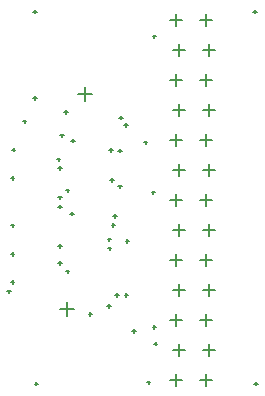
<source format=gbr>
%TF.GenerationSoftware,Altium Limited,Altium Designer,25.5.2 (35)*%
G04 Layer_Color=128*
%FSLAX45Y45*%
%MOMM*%
%TF.SameCoordinates,F9D1B48F-3E51-4A7C-A873-13CCE31A6061*%
%TF.FilePolarity,Positive*%
%TF.FileFunction,Drillmap*%
%TF.Part,Single*%
G01*
G75*
%TA.AperFunction,NonConductor*%
%ADD35C,0.12700*%
D35*
X2104000Y232000D02*
X2204000D01*
X2154000Y182000D02*
Y282000D01*
X2130000Y486000D02*
X2230000D01*
X2180000Y436000D02*
Y536000D01*
X2104000Y740000D02*
X2204000D01*
X2154000Y690000D02*
Y790000D01*
X2130000Y994000D02*
X2230000D01*
X2180000Y944000D02*
Y1044000D01*
X2104000Y1248000D02*
X2204000D01*
X2154000Y1198000D02*
Y1298000D01*
X2130000Y1502000D02*
X2230000D01*
X2180000Y1452000D02*
Y1552000D01*
X2104000Y1756000D02*
X2204000D01*
X2154000Y1706000D02*
Y1806000D01*
X2130000Y2010000D02*
X2230000D01*
X2180000Y1960000D02*
Y2060000D01*
X2104000Y2264000D02*
X2204000D01*
X2154000Y2214000D02*
Y2314000D01*
X2130000Y2518000D02*
X2230000D01*
X2180000Y2468000D02*
Y2568000D01*
X2104000Y2772000D02*
X2204000D01*
X2154000Y2722000D02*
Y2822000D01*
X2130000Y3026000D02*
X2230000D01*
X2180000Y2976000D02*
Y3076000D01*
X2104000Y3280000D02*
X2204000D01*
X2154000Y3230000D02*
Y3330000D01*
X1850000Y232000D02*
X1950000D01*
X1900000Y182000D02*
Y282000D01*
X1876000Y486000D02*
X1976000D01*
X1926000Y436000D02*
Y536000D01*
X1850000Y740000D02*
X1950000D01*
X1900000Y690000D02*
Y790000D01*
X1876000Y994000D02*
X1976000D01*
X1926000Y944000D02*
Y1044000D01*
X1850000Y1248000D02*
X1950000D01*
X1900000Y1198000D02*
Y1298000D01*
X1876000Y1502000D02*
X1976000D01*
X1926000Y1452000D02*
Y1552000D01*
X1850000Y1756000D02*
X1950000D01*
X1900000Y1706000D02*
Y1806000D01*
X1876000Y2010000D02*
X1976000D01*
X1926000Y1960000D02*
Y2060000D01*
X1850000Y2264000D02*
X1950000D01*
X1900000Y2214000D02*
Y2314000D01*
X1876000Y2518000D02*
X1976000D01*
X1926000Y2468000D02*
Y2568000D01*
X1850000Y2772000D02*
X1950000D01*
X1900000Y2722000D02*
Y2822000D01*
X1876000Y3026000D02*
X1976000D01*
X1926000Y2976000D02*
Y3076000D01*
X1850000Y3280000D02*
X1950000D01*
X1900000Y3230000D02*
Y3330000D01*
X922999Y830000D02*
X1042998D01*
X982999Y770000D02*
Y890000D01*
X1072999Y2650000D02*
X1192999D01*
X1132999Y2590000D02*
Y2710000D01*
X1466919Y951254D02*
X1496919D01*
X1481919Y936254D02*
Y966254D01*
X1388035Y950348D02*
X1418035D01*
X1403035Y935348D02*
Y965348D01*
X1356363Y1545176D02*
X1386362D01*
X1371363Y1530176D02*
Y1560176D01*
X1368684Y1620170D02*
X1398684D01*
X1383684Y1605170D02*
Y1635170D01*
X1715000Y540000D02*
X1745000D01*
X1730000Y525000D02*
Y555000D01*
X1705000Y680000D02*
X1735000D01*
X1720000Y665000D02*
Y695000D01*
X906400Y2024250D02*
X936400D01*
X921400Y2009250D02*
Y2039250D01*
X894404Y2099297D02*
X924404D01*
X909404Y2084297D02*
Y2114297D01*
X1014999Y2258160D02*
X1044999D01*
X1029999Y2243160D02*
Y2273160D01*
X906929Y1776750D02*
X936929D01*
X921929Y1761750D02*
Y1791750D01*
X906310Y1364627D02*
X936310D01*
X921310Y1349627D02*
Y1379627D01*
X1411559Y2174234D02*
X1441559D01*
X1426559Y2159234D02*
Y2189234D01*
X1335000Y2180000D02*
X1365000D01*
X1350000Y2165000D02*
Y2195000D01*
X1461910Y2388839D02*
X1491910D01*
X1476910Y2373839D02*
Y2403839D01*
X1420111Y2452312D02*
X1450111D01*
X1435111Y2437312D02*
Y2467312D01*
X1323961Y1422153D02*
X1353961D01*
X1338961Y1407153D02*
Y1437153D01*
X1324597Y1346156D02*
X1354597D01*
X1339597Y1331156D02*
Y1361156D01*
X1532174Y647794D02*
X1562174D01*
X1547174Y632795D02*
Y662794D01*
X969520Y1151618D02*
X999519D01*
X984519Y1136618D02*
Y1166618D01*
X1007572Y1639714D02*
X1037572D01*
X1022572Y1624714D02*
Y1654714D01*
X969518Y1836382D02*
X999518D01*
X984518Y1821382D02*
Y1851382D01*
X922405Y2302594D02*
X952405D01*
X937405Y2287594D02*
Y2317594D01*
X1162647Y788713D02*
X1192647D01*
X1177647Y773713D02*
Y803713D01*
X472102Y980653D02*
X502102D01*
X487102Y965653D02*
Y995653D01*
X1695000Y1820000D02*
X1725000D01*
X1710000Y1805000D02*
Y1835000D01*
X1322421Y857081D02*
X1352420D01*
X1337420Y842081D02*
Y872081D01*
X1475000Y1410000D02*
X1505000D01*
X1490000Y1395000D02*
Y1425000D01*
X1629425Y2243683D02*
X1659425D01*
X1644425Y2228683D02*
Y2258683D01*
X1705000Y3140000D02*
X1735000D01*
X1720000Y3125000D02*
Y3155000D01*
X695000Y2620000D02*
X725000D01*
X710000Y2605000D02*
Y2635000D01*
X695000Y3350000D02*
X725000D01*
X710000Y3335000D02*
Y3365000D01*
X2555000Y3350000D02*
X2585000D01*
X2570000Y3335000D02*
Y3365000D01*
X2565000Y200000D02*
X2595000D01*
X2580000Y185000D02*
Y215000D01*
X705000Y200000D02*
X735000D01*
X720000Y185000D02*
Y215000D01*
X1655000Y210000D02*
X1685000D01*
X1670000Y195000D02*
Y225000D01*
X505000Y1060000D02*
X535000D01*
X520000Y1045000D02*
Y1075000D01*
X505000Y1300000D02*
X535000D01*
X520000Y1285000D02*
Y1315000D01*
X505000Y1540000D02*
X535000D01*
X520000Y1525000D02*
Y1555000D01*
X505000Y1940000D02*
X535000D01*
X520000Y1925000D02*
Y1955000D01*
X512884Y2181225D02*
X542884D01*
X527884Y2166225D02*
Y2196225D01*
X605000Y2420000D02*
X635000D01*
X620000Y2405000D02*
Y2435000D01*
X1343478Y1926664D02*
X1373478D01*
X1358478Y1911664D02*
Y1941664D01*
X1415000Y1870000D02*
X1445000D01*
X1430000Y1855000D02*
Y1885000D01*
X905000Y1700000D02*
X935000D01*
X920000Y1685000D02*
Y1715000D01*
X905000Y1220000D02*
X935000D01*
X920000Y1205000D02*
Y1235000D01*
X955000Y2500000D02*
X985000D01*
X970000Y2485000D02*
Y2515000D01*
%TF.MD5,4f4cf1d8d9cf5e4d3e003ba5315f011b*%
M02*

</source>
